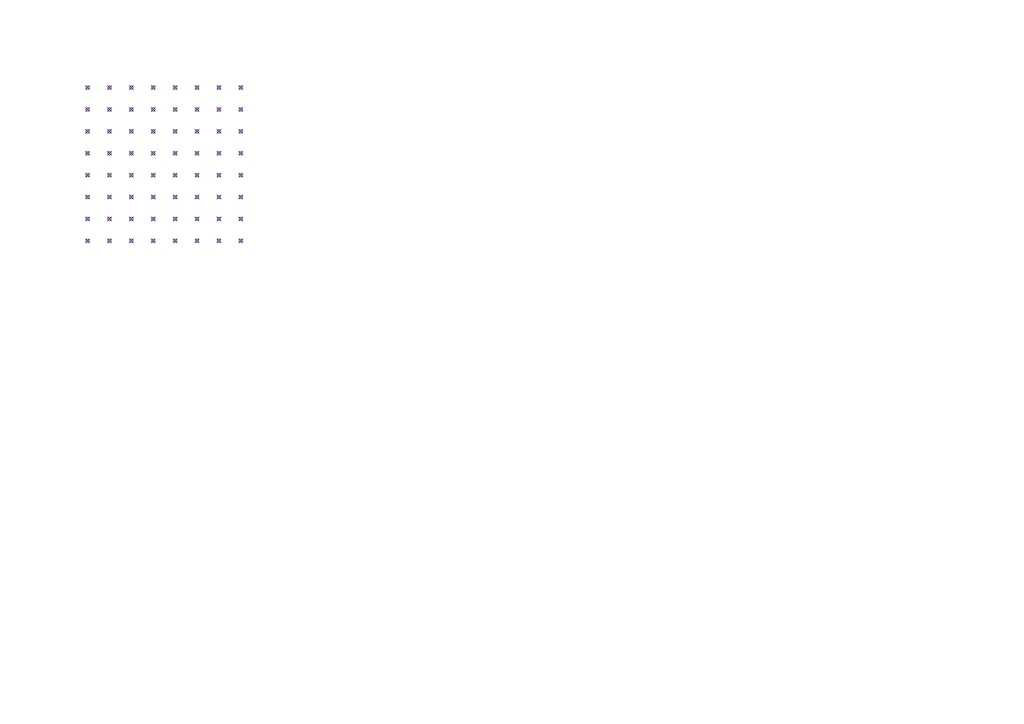
<source format=kicad_sch>
(kicad_sch (version 20231120) (generator "eeschema") (generator_version "8.0")
  (paper "A4")
  (lib_symbols
    (symbol "Connector:TestPoint_Small" (pin_numbers hide) (pin_names (offset 0.762) hide)
      (property "Reference" "TP" (at 0 3.81 0))
      (property "Value" "TestPoint_Small" (at 0 2.032 0))
      (symbol "TestPoint_Small_0_1"
        (circle (center 0 0) (radius 0.508))
      )
      (symbol "TestPoint_Small_1_1"
        (pin passive line (at 0 0 90) (length 0) (name "1") (number "1"))
      )
    )
  )
  (no_connect (at 50.8 25.4))
  (no_connect (at 38.1 69.85))
  (no_connect (at 38.1 25.4))
  (no_connect (at 38.1 50.8))
  (no_connect (at 25.4 31.75))
  (no_connect (at 44.45 63.5))
  (no_connect (at 31.75 69.85))
  (no_connect (at 44.45 50.8))
  (no_connect (at 31.75 44.45))
  (no_connect (at 69.85 69.85))
  (no_connect (at 50.8 57.15))
  (no_connect (at 63.5 44.45))
  (no_connect (at 31.75 25.4))
  (no_connect (at 44.45 69.85))
  (no_connect (at 57.15 25.4))
  (no_connect (at 57.15 31.75))
  (no_connect (at 38.1 57.15))
  (no_connect (at 63.5 57.15))
  (no_connect (at 50.8 63.5))
  (no_connect (at 38.1 63.5))
  (no_connect (at 57.15 50.8))
  (no_connect (at 69.85 38.1))
  (no_connect (at 44.45 38.1))
  (no_connect (at 25.4 25.4))
  (no_connect (at 25.4 44.45))
  (no_connect (at 57.15 38.1))
  (no_connect (at 31.75 63.5))
  (no_connect (at 57.15 57.15))
  (no_connect (at 38.1 44.45))
  (no_connect (at 25.4 69.85))
  (no_connect (at 25.4 50.8))
  (no_connect (at 50.8 69.85))
  (no_connect (at 44.45 57.15))
  (no_connect (at 69.85 25.4))
  (no_connect (at 38.1 31.75))
  (no_connect (at 57.15 63.5))
  (no_connect (at 50.8 38.1))
  (no_connect (at 44.45 31.75))
  (no_connect (at 63.5 25.4))
  (no_connect (at 63.5 38.1))
  (no_connect (at 25.4 63.5))
  (no_connect (at 44.45 44.45))
  (no_connect (at 50.8 31.75))
  (no_connect (at 44.45 25.4))
  (no_connect (at 69.85 31.75))
  (no_connect (at 69.85 50.8))
  (no_connect (at 69.85 57.15))
  (no_connect (at 63.5 69.85))
  (no_connect (at 25.4 57.15))
  (no_connect (at 57.15 44.45))
  (no_connect (at 31.75 31.75))
  (no_connect (at 69.85 63.5))
  (no_connect (at 31.75 57.15))
  (no_connect (at 25.4 38.1))
  (no_connect (at 31.75 50.8))
  (no_connect (at 57.15 69.85))
  (no_connect (at 63.5 63.5))
  (no_connect (at 63.5 31.75))
  (no_connect (at 31.75 38.1))
  (no_connect (at 50.8 44.45))
  (no_connect (at 63.5 50.8))
  (no_connect (at 69.85 44.45))
  (no_connect (at 50.8 50.8))
  (no_connect (at 38.1 38.1))
  (symbol (lib_id "Connector:TestPoint_Small") (at 25.4 69.85 0) (unit 1)
    (property "Reference" "TP208" (effects (hide yes)))
    (property "Value" "-" (effects (hide yes)))
    (property "Footprint" "TestPoint:TestPoint_THTPad_D1.5mm_Drill0.7mm" (effects (hide yes)))
    (property "Description" "test point" (effects (hide yes)))
    (instances (project "User Expansion" (path "" (reference "TP608") (unit 1)) (path "" (reference "TP708") (unit 1)) (path "" (reference "TP408") (unit 1)) (path "" (reference "TP1008") (unit 1)) (path "" (reference "TP1208") (unit 1)) (path "" (reference "TP908") (unit 1)) (path "" (reference "TP1408") (unit 1)) (path "" (reference "TP308") (unit 1)) (path "" (reference "TP808") (unit 1)) (path "" (reference "TP1308") (unit 1)) (path "" (reference "TP208") (unit 1)) (path "" (reference "TP508") (unit 1)) (path "" (reference "TP1108") (unit 1))))
  )
  (symbol (lib_id "Connector:TestPoint_Small") (at 38.1 25.4 0) (unit 1)
    (property "Reference" "TP217" (effects (hide yes)))
    (property "Value" "-" (effects (hide yes)))
    (property "Footprint" "TestPoint:TestPoint_THTPad_D1.5mm_Drill0.7mm" (effects (hide yes)))
    (property "Description" "test point" (effects (hide yes)))
    (instances (project "User Expansion" (path "" (reference "TP617") (unit 1)) (path "" (reference "TP717") (unit 1)) (path "" (reference "TP417") (unit 1)) (path "" (reference "TP1017") (unit 1)) (path "" (reference "TP1217") (unit 1)) (path "" (reference "TP917") (unit 1)) (path "" (reference "TP1417") (unit 1)) (path "" (reference "TP317") (unit 1)) (path "" (reference "TP817") (unit 1)) (path "" (reference "TP1317") (unit 1)) (path "" (reference "TP217") (unit 1)) (path "" (reference "TP517") (unit 1)) (path "" (reference "TP1117") (unit 1))))
  )
  (symbol (lib_id "Connector:TestPoint_Small") (at 63.5 25.4 0) (unit 1)
    (property "Reference" "TP249" (effects (hide yes)))
    (property "Value" "-" (effects (hide yes)))
    (property "Footprint" "TestPoint:TestPoint_THTPad_D1.5mm_Drill0.7mm" (effects (hide yes)))
    (property "Description" "test point" (effects (hide yes)))
    (instances (project "User Expansion" (path "" (reference "TP649") (unit 1)) (path "" (reference "TP749") (unit 1)) (path "" (reference "TP449") (unit 1)) (path "" (reference "TP1049") (unit 1)) (path "" (reference "TP1249") (unit 1)) (path "" (reference "TP949") (unit 1)) (path "" (reference "TP1449") (unit 1)) (path "" (reference "TP349") (unit 1)) (path "" (reference "TP849") (unit 1)) (path "" (reference "TP1349") (unit 1)) (path "" (reference "TP249") (unit 1)) (path "" (reference "TP549") (unit 1)) (path "" (reference "TP1149") (unit 1))))
  )
  (symbol (lib_id "Connector:TestPoint_Small") (at 38.1 38.1 0) (unit 1)
    (property "Reference" "TP219" (effects (hide yes)))
    (property "Value" "-" (effects (hide yes)))
    (property "Footprint" "TestPoint:TestPoint_THTPad_D1.5mm_Drill0.7mm" (effects (hide yes)))
    (property "Description" "test point" (effects (hide yes)))
    (instances (project "User Expansion" (path "" (reference "TP619") (unit 1)) (path "" (reference "TP719") (unit 1)) (path "" (reference "TP419") (unit 1)) (path "" (reference "TP1019") (unit 1)) (path "" (reference "TP1219") (unit 1)) (path "" (reference "TP919") (unit 1)) (path "" (reference "TP1419") (unit 1)) (path "" (reference "TP319") (unit 1)) (path "" (reference "TP819") (unit 1)) (path "" (reference "TP1319") (unit 1)) (path "" (reference "TP219") (unit 1)) (path "" (reference "TP519") (unit 1)) (path "" (reference "TP1119") (unit 1))))
  )
  (symbol (lib_id "Connector:TestPoint_Small") (at 57.15 38.1 0) (unit 1)
    (property "Reference" "TP243" (effects (hide yes)))
    (property "Value" "-" (effects (hide yes)))
    (property "Footprint" "TestPoint:TestPoint_THTPad_D1.5mm_Drill0.7mm" (effects (hide yes)))
    (property "Description" "test point" (effects (hide yes)))
    (instances (project "User Expansion" (path "" (reference "TP643") (unit 1)) (path "" (reference "TP743") (unit 1)) (path "" (reference "TP443") (unit 1)) (path "" (reference "TP1043") (unit 1)) (path "" (reference "TP1243") (unit 1)) (path "" (reference "TP943") (unit 1)) (path "" (reference "TP1443") (unit 1)) (path "" (reference "TP343") (unit 1)) (path "" (reference "TP843") (unit 1)) (path "" (reference "TP1343") (unit 1)) (path "" (reference "TP243") (unit 1)) (path "" (reference "TP543") (unit 1)) (path "" (reference "TP1143") (unit 1))))
  )
  (symbol (lib_id "Connector:TestPoint_Small") (at 57.15 50.8 0) (unit 1)
    (property "Reference" "TP245" (effects (hide yes)))
    (property "Value" "-" (effects (hide yes)))
    (property "Footprint" "TestPoint:TestPoint_THTPad_D1.5mm_Drill0.7mm" (effects (hide yes)))
    (property "Description" "test point" (effects (hide yes)))
    (instances (project "User Expansion" (path "" (reference "TP645") (unit 1)) (path "" (reference "TP745") (unit 1)) (path "" (reference "TP445") (unit 1)) (path "" (reference "TP1045") (unit 1)) (path "" (reference "TP1245") (unit 1)) (path "" (reference "TP945") (unit 1)) (path "" (reference "TP1445") (unit 1)) (path "" (reference "TP345") (unit 1)) (path "" (reference "TP845") (unit 1)) (path "" (reference "TP1345") (unit 1)) (path "" (reference "TP245") (unit 1)) (path "" (reference "TP545") (unit 1)) (path "" (reference "TP1145") (unit 1))))
  )
  (symbol (lib_id "Connector:TestPoint_Small") (at 31.75 69.85 0) (unit 1)
    (property "Reference" "TP216" (effects (hide yes)))
    (property "Value" "-" (effects (hide yes)))
    (property "Footprint" "TestPoint:TestPoint_THTPad_D1.5mm_Drill0.7mm" (effects (hide yes)))
    (property "Description" "test point" (effects (hide yes)))
    (instances (project "User Expansion" (path "" (reference "TP616") (unit 1)) (path "" (reference "TP716") (unit 1)) (path "" (reference "TP416") (unit 1)) (path "" (reference "TP1016") (unit 1)) (path "" (reference "TP1216") (unit 1)) (path "" (reference "TP916") (unit 1)) (path "" (reference "TP1416") (unit 1)) (path "" (reference "TP316") (unit 1)) (path "" (reference "TP816") (unit 1)) (path "" (reference "TP1316") (unit 1)) (path "" (reference "TP216") (unit 1)) (path "" (reference "TP516") (unit 1)) (path "" (reference "TP1116") (unit 1))))
  )
  (symbol (lib_id "Connector:TestPoint_Small") (at 57.15 44.45 0) (unit 1)
    (property "Reference" "TP244" (effects (hide yes)))
    (property "Value" "-" (effects (hide yes)))
    (property "Footprint" "TestPoint:TestPoint_THTPad_D1.5mm_Drill0.7mm" (effects (hide yes)))
    (property "Description" "test point" (effects (hide yes)))
    (instances (project "User Expansion" (path "" (reference "TP644") (unit 1)) (path "" (reference "TP744") (unit 1)) (path "" (reference "TP444") (unit 1)) (path "" (reference "TP1044") (unit 1)) (path "" (reference "TP1244") (unit 1)) (path "" (reference "TP944") (unit 1)) (path "" (reference "TP1444") (unit 1)) (path "" (reference "TP344") (unit 1)) (path "" (reference "TP844") (unit 1)) (path "" (reference "TP1344") (unit 1)) (path "" (reference "TP244") (unit 1)) (path "" (reference "TP544") (unit 1)) (path "" (reference "TP1144") (unit 1))))
  )
  (symbol (lib_id "Connector:TestPoint_Small") (at 57.15 69.85 0) (unit 1)
    (property "Reference" "TP248" (effects (hide yes)))
    (property "Value" "-" (effects (hide yes)))
    (property "Footprint" "TestPoint:TestPoint_THTPad_D1.5mm_Drill0.7mm" (effects (hide yes)))
    (property "Description" "test point" (effects (hide yes)))
    (instances (project "User Expansion" (path "" (reference "TP648") (unit 1)) (path "" (reference "TP748") (unit 1)) (path "" (reference "TP448") (unit 1)) (path "" (reference "TP1048") (unit 1)) (path "" (reference "TP1248") (unit 1)) (path "" (reference "TP948") (unit 1)) (path "" (reference "TP1448") (unit 1)) (path "" (reference "TP348") (unit 1)) (path "" (reference "TP848") (unit 1)) (path "" (reference "TP1348") (unit 1)) (path "" (reference "TP248") (unit 1)) (path "" (reference "TP548") (unit 1)) (path "" (reference "TP1148") (unit 1))))
  )
  (symbol (lib_id "Connector:TestPoint_Small") (at 44.45 57.15 0) (unit 1)
    (property "Reference" "TP230" (effects (hide yes)))
    (property "Value" "-" (effects (hide yes)))
    (property "Footprint" "TestPoint:TestPoint_THTPad_D1.5mm_Drill0.7mm" (effects (hide yes)))
    (property "Description" "test point" (effects (hide yes)))
    (instances (project "User Expansion" (path "" (reference "TP630") (unit 1)) (path "" (reference "TP730") (unit 1)) (path "" (reference "TP430") (unit 1)) (path "" (reference "TP1030") (unit 1)) (path "" (reference "TP1230") (unit 1)) (path "" (reference "TP930") (unit 1)) (path "" (reference "TP1430") (unit 1)) (path "" (reference "TP330") (unit 1)) (path "" (reference "TP830") (unit 1)) (path "" (reference "TP1330") (unit 1)) (path "" (reference "TP230") (unit 1)) (path "" (reference "TP530") (unit 1)) (path "" (reference "TP1130") (unit 1))))
  )
  (symbol (lib_id "Connector:TestPoint_Small") (at 38.1 31.75 0) (unit 1)
    (property "Reference" "TP218" (effects (hide yes)))
    (property "Value" "-" (effects (hide yes)))
    (property "Footprint" "TestPoint:TestPoint_THTPad_D1.5mm_Drill0.7mm" (effects (hide yes)))
    (property "Description" "test point" (effects (hide yes)))
    (instances (project "User Expansion" (path "" (reference "TP618") (unit 1)) (path "" (reference "TP718") (unit 1)) (path "" (reference "TP418") (unit 1)) (path "" (reference "TP1018") (unit 1)) (path "" (reference "TP1218") (unit 1)) (path "" (reference "TP918") (unit 1)) (path "" (reference "TP1418") (unit 1)) (path "" (reference "TP318") (unit 1)) (path "" (reference "TP818") (unit 1)) (path "" (reference "TP1318") (unit 1)) (path "" (reference "TP218") (unit 1)) (path "" (reference "TP518") (unit 1)) (path "" (reference "TP1118") (unit 1))))
  )
  (symbol (lib_id "Connector:TestPoint_Small") (at 63.5 50.8 0) (unit 1)
    (property "Reference" "TP253" (effects (hide yes)))
    (property "Value" "-" (effects (hide yes)))
    (property "Footprint" "TestPoint:TestPoint_THTPad_D1.5mm_Drill0.7mm" (effects (hide yes)))
    (property "Description" "test point" (effects (hide yes)))
    (instances (project "User Expansion" (path "" (reference "TP653") (unit 1)) (path "" (reference "TP753") (unit 1)) (path "" (reference "TP453") (unit 1)) (path "" (reference "TP1053") (unit 1)) (path "" (reference "TP1253") (unit 1)) (path "" (reference "TP953") (unit 1)) (path "" (reference "TP1453") (unit 1)) (path "" (reference "TP353") (unit 1)) (path "" (reference "TP853") (unit 1)) (path "" (reference "TP1353") (unit 1)) (path "" (reference "TP253") (unit 1)) (path "" (reference "TP553") (unit 1)) (path "" (reference "TP1153") (unit 1))))
  )
  (symbol (lib_id "Connector:TestPoint_Small") (at 69.85 57.15 0) (unit 1)
    (property "Reference" "TP262" (effects (hide yes)))
    (property "Value" "-" (effects (hide yes)))
    (property "Footprint" "TestPoint:TestPoint_THTPad_D1.5mm_Drill0.7mm" (effects (hide yes)))
    (property "Description" "test point" (effects (hide yes)))
    (instances (project "User Expansion" (path "" (reference "TP662") (unit 1)) (path "" (reference "TP762") (unit 1)) (path "" (reference "TP462") (unit 1)) (path "" (reference "TP1062") (unit 1)) (path "" (reference "TP1262") (unit 1)) (path "" (reference "TP962") (unit 1)) (path "" (reference "TP1462") (unit 1)) (path "" (reference "TP362") (unit 1)) (path "" (reference "TP862") (unit 1)) (path "" (reference "TP1362") (unit 1)) (path "" (reference "TP262") (unit 1)) (path "" (reference "TP562") (unit 1)) (path "" (reference "TP1162") (unit 1))))
  )
  (symbol (lib_id "Connector:TestPoint_Small") (at 25.4 63.5 0) (unit 1)
    (property "Reference" "TP207" (effects (hide yes)))
    (property "Value" "-" (effects (hide yes)))
    (property "Footprint" "TestPoint:TestPoint_THTPad_D1.5mm_Drill0.7mm" (effects (hide yes)))
    (property "Description" "test point" (effects (hide yes)))
    (instances (project "User Expansion" (path "" (reference "TP607") (unit 1)) (path "" (reference "TP707") (unit 1)) (path "" (reference "TP407") (unit 1)) (path "" (reference "TP1007") (unit 1)) (path "" (reference "TP1207") (unit 1)) (path "" (reference "TP907") (unit 1)) (path "" (reference "TP1407") (unit 1)) (path "" (reference "TP307") (unit 1)) (path "" (reference "TP807") (unit 1)) (path "" (reference "TP1307") (unit 1)) (path "" (reference "TP207") (unit 1)) (path "" (reference "TP507") (unit 1)) (path "" (reference "TP1107") (unit 1))))
  )
  (symbol (lib_id "Connector:TestPoint_Small") (at 31.75 57.15 0) (unit 1)
    (property "Reference" "TP214" (effects (hide yes)))
    (property "Value" "-" (effects (hide yes)))
    (property "Footprint" "TestPoint:TestPoint_THTPad_D1.5mm_Drill0.7mm" (effects (hide yes)))
    (property "Description" "test point" (effects (hide yes)))
    (instances (project "User Expansion" (path "" (reference "TP614") (unit 1)) (path "" (reference "TP714") (unit 1)) (path "" (reference "TP414") (unit 1)) (path "" (reference "TP1014") (unit 1)) (path "" (reference "TP1214") (unit 1)) (path "" (reference "TP914") (unit 1)) (path "" (reference "TP1414") (unit 1)) (path "" (reference "TP314") (unit 1)) (path "" (reference "TP814") (unit 1)) (path "" (reference "TP1314") (unit 1)) (path "" (reference "TP214") (unit 1)) (path "" (reference "TP514") (unit 1)) (path "" (reference "TP1114") (unit 1))))
  )
  (symbol (lib_id "Connector:TestPoint_Small") (at 31.75 31.75 0) (unit 1)
    (property "Reference" "TP210" (effects (hide yes)))
    (property "Value" "-" (effects (hide yes)))
    (property "Footprint" "TestPoint:TestPoint_THTPad_D1.5mm_Drill0.7mm" (effects (hide yes)))
    (property "Description" "test point" (effects (hide yes)))
    (instances (project "User Expansion" (path "" (reference "TP610") (unit 1)) (path "" (reference "TP710") (unit 1)) (path "" (reference "TP410") (unit 1)) (path "" (reference "TP1010") (unit 1)) (path "" (reference "TP1210") (unit 1)) (path "" (reference "TP910") (unit 1)) (path "" (reference "TP1410") (unit 1)) (path "" (reference "TP310") (unit 1)) (path "" (reference "TP810") (unit 1)) (path "" (reference "TP1310") (unit 1)) (path "" (reference "TP210") (unit 1)) (path "" (reference "TP510") (unit 1)) (path "" (reference "TP1110") (unit 1))))
  )
  (symbol (lib_id "Connector:TestPoint_Small") (at 25.4 31.75 0) (unit 1)
    (property "Reference" "TP202" (effects (hide yes)))
    (property "Value" "-" (effects (hide yes)))
    (property "Footprint" "TestPoint:TestPoint_THTPad_D1.5mm_Drill0.7mm" (effects (hide yes)))
    (property "Description" "test point" (effects (hide yes)))
    (instances (project "User Expansion" (path "" (reference "TP602") (unit 1)) (path "" (reference "TP702") (unit 1)) (path "" (reference "TP402") (unit 1)) (path "" (reference "TP1002") (unit 1)) (path "" (reference "TP1202") (unit 1)) (path "" (reference "TP902") (unit 1)) (path "" (reference "TP1402") (unit 1)) (path "" (reference "TP302") (unit 1)) (path "" (reference "TP802") (unit 1)) (path "" (reference "TP1302") (unit 1)) (path "" (reference "TP202") (unit 1)) (path "" (reference "TP502") (unit 1)) (path "" (reference "TP1102") (unit 1))))
  )
  (symbol (lib_id "Connector:TestPoint_Small") (at 44.45 50.8 0) (unit 1)
    (property "Reference" "TP229" (effects (hide yes)))
    (property "Value" "-" (effects (hide yes)))
    (property "Footprint" "TestPoint:TestPoint_THTPad_D1.5mm_Drill0.7mm" (effects (hide yes)))
    (property "Description" "test point" (effects (hide yes)))
    (instances (project "User Expansion" (path "" (reference "TP629") (unit 1)) (path "" (reference "TP729") (unit 1)) (path "" (reference "TP429") (unit 1)) (path "" (reference "TP1029") (unit 1)) (path "" (reference "TP1229") (unit 1)) (path "" (reference "TP929") (unit 1)) (path "" (reference "TP1429") (unit 1)) (path "" (reference "TP329") (unit 1)) (path "" (reference "TP829") (unit 1)) (path "" (reference "TP1329") (unit 1)) (path "" (reference "TP229") (unit 1)) (path "" (reference "TP529") (unit 1)) (path "" (reference "TP1129") (unit 1))))
  )
  (symbol (lib_id "Connector:TestPoint_Small") (at 63.5 38.1 0) (unit 1)
    (property "Reference" "TP251" (effects (hide yes)))
    (property "Value" "-" (effects (hide yes)))
    (property "Footprint" "TestPoint:TestPoint_THTPad_D1.5mm_Drill0.7mm" (effects (hide yes)))
    (property "Description" "test point" (effects (hide yes)))
    (instances (project "User Expansion" (path "" (reference "TP651") (unit 1)) (path "" (reference "TP751") (unit 1)) (path "" (reference "TP451") (unit 1)) (path "" (reference "TP1051") (unit 1)) (path "" (reference "TP1251") (unit 1)) (path "" (reference "TP951") (unit 1)) (path "" (reference "TP1451") (unit 1)) (path "" (reference "TP351") (unit 1)) (path "" (reference "TP851") (unit 1)) (path "" (reference "TP1351") (unit 1)) (path "" (reference "TP251") (unit 1)) (path "" (reference "TP551") (unit 1)) (path "" (reference "TP1151") (unit 1))))
  )
  (symbol (lib_id "Connector:TestPoint_Small") (at 38.1 44.45 0) (unit 1)
    (property "Reference" "TP220" (effects (hide yes)))
    (property "Value" "-" (effects (hide yes)))
    (property "Footprint" "TestPoint:TestPoint_THTPad_D1.5mm_Drill0.7mm" (effects (hide yes)))
    (property "Description" "test point" (effects (hide yes)))
    (instances (project "User Expansion" (path "" (reference "TP620") (unit 1)) (path "" (reference "TP720") (unit 1)) (path "" (reference "TP420") (unit 1)) (path "" (reference "TP1020") (unit 1)) (path "" (reference "TP1220") (unit 1)) (path "" (reference "TP920") (unit 1)) (path "" (reference "TP1420") (unit 1)) (path "" (reference "TP320") (unit 1)) (path "" (reference "TP820") (unit 1)) (path "" (reference "TP1320") (unit 1)) (path "" (reference "TP220") (unit 1)) (path "" (reference "TP520") (unit 1)) (path "" (reference "TP1120") (unit 1))))
  )
  (symbol (lib_id "Connector:TestPoint_Small") (at 63.5 31.75 0) (unit 1)
    (property "Reference" "TP250" (effects (hide yes)))
    (property "Value" "-" (effects (hide yes)))
    (property "Footprint" "TestPoint:TestPoint_THTPad_D1.5mm_Drill0.7mm" (effects (hide yes)))
    (property "Description" "test point" (effects (hide yes)))
    (instances (project "User Expansion" (path "" (reference "TP650") (unit 1)) (path "" (reference "TP750") (unit 1)) (path "" (reference "TP450") (unit 1)) (path "" (reference "TP1050") (unit 1)) (path "" (reference "TP1250") (unit 1)) (path "" (reference "TP950") (unit 1)) (path "" (reference "TP1450") (unit 1)) (path "" (reference "TP350") (unit 1)) (path "" (reference "TP850") (unit 1)) (path "" (reference "TP1350") (unit 1)) (path "" (reference "TP250") (unit 1)) (path "" (reference "TP550") (unit 1)) (path "" (reference "TP1150") (unit 1))))
  )
  (symbol (lib_id "Connector:TestPoint_Small") (at 38.1 69.85 0) (unit 1)
    (property "Reference" "TP224" (effects (hide yes)))
    (property "Value" "-" (effects (hide yes)))
    (property "Footprint" "TestPoint:TestPoint_THTPad_D1.5mm_Drill0.7mm" (effects (hide yes)))
    (property "Description" "test point" (effects (hide yes)))
    (instances (project "User Expansion" (path "" (reference "TP624") (unit 1)) (path "" (reference "TP724") (unit 1)) (path "" (reference "TP424") (unit 1)) (path "" (reference "TP1024") (unit 1)) (path "" (reference "TP1224") (unit 1)) (path "" (reference "TP924") (unit 1)) (path "" (reference "TP1424") (unit 1)) (path "" (reference "TP324") (unit 1)) (path "" (reference "TP824") (unit 1)) (path "" (reference "TP1324") (unit 1)) (path "" (reference "TP224") (unit 1)) (path "" (reference "TP524") (unit 1)) (path "" (reference "TP1124") (unit 1))))
  )
  (symbol (lib_id "Connector:TestPoint_Small") (at 69.85 25.4 0) (unit 1)
    (property "Reference" "TP257" (effects (hide yes)))
    (property "Value" "-" (effects (hide yes)))
    (property "Footprint" "TestPoint:TestPoint_THTPad_D1.5mm_Drill0.7mm" (effects (hide yes)))
    (property "Description" "test point" (effects (hide yes)))
    (instances (project "User Expansion" (path "" (reference "TP657") (unit 1)) (path "" (reference "TP757") (unit 1)) (path "" (reference "TP457") (unit 1)) (path "" (reference "TP1057") (unit 1)) (path "" (reference "TP1257") (unit 1)) (path "" (reference "TP957") (unit 1)) (path "" (reference "TP1457") (unit 1)) (path "" (reference "TP357") (unit 1)) (path "" (reference "TP857") (unit 1)) (path "" (reference "TP1357") (unit 1)) (path "" (reference "TP257") (unit 1)) (path "" (reference "TP557") (unit 1)) (path "" (reference "TP1157") (unit 1))))
  )
  (symbol (lib_id "Connector:TestPoint_Small") (at 44.45 38.1 0) (unit 1)
    (property "Reference" "TP227" (effects (hide yes)))
    (property "Value" "-" (effects (hide yes)))
    (property "Footprint" "TestPoint:TestPoint_THTPad_D1.5mm_Drill0.7mm" (effects (hide yes)))
    (property "Description" "test point" (effects (hide yes)))
    (instances (project "User Expansion" (path "" (reference "TP627") (unit 1)) (path "" (reference "TP727") (unit 1)) (path "" (reference "TP427") (unit 1)) (path "" (reference "TP1027") (unit 1)) (path "" (reference "TP1227") (unit 1)) (path "" (reference "TP927") (unit 1)) (path "" (reference "TP1427") (unit 1)) (path "" (reference "TP327") (unit 1)) (path "" (reference "TP827") (unit 1)) (path "" (reference "TP1327") (unit 1)) (path "" (reference "TP227") (unit 1)) (path "" (reference "TP527") (unit 1)) (path "" (reference "TP1127") (unit 1))))
  )
  (symbol (lib_id "Connector:TestPoint_Small") (at 31.75 25.4 0) (unit 1)
    (property "Reference" "TP209" (effects (hide yes)))
    (property "Value" "-" (effects (hide yes)))
    (property "Footprint" "TestPoint:TestPoint_THTPad_D1.5mm_Drill0.7mm" (effects (hide yes)))
    (property "Description" "test point" (effects (hide yes)))
    (instances (project "User Expansion" (path "" (reference "TP609") (unit 1)) (path "" (reference "TP709") (unit 1)) (path "" (reference "TP409") (unit 1)) (path "" (reference "TP1009") (unit 1)) (path "" (reference "TP1209") (unit 1)) (path "" (reference "TP909") (unit 1)) (path "" (reference "TP1409") (unit 1)) (path "" (reference "TP309") (unit 1)) (path "" (reference "TP809") (unit 1)) (path "" (reference "TP1309") (unit 1)) (path "" (reference "TP209") (unit 1)) (path "" (reference "TP509") (unit 1)) (path "" (reference "TP1109") (unit 1))))
  )
  (symbol (lib_id "Connector:TestPoint_Small") (at 63.5 44.45 0) (unit 1)
    (property "Reference" "TP252" (effects (hide yes)))
    (property "Value" "-" (effects (hide yes)))
    (property "Footprint" "TestPoint:TestPoint_THTPad_D1.5mm_Drill0.7mm" (effects (hide yes)))
    (property "Description" "test point" (effects (hide yes)))
    (instances (project "User Expansion" (path "" (reference "TP652") (unit 1)) (path "" (reference "TP752") (unit 1)) (path "" (reference "TP452") (unit 1)) (path "" (reference "TP1052") (unit 1)) (path "" (reference "TP1252") (unit 1)) (path "" (reference "TP952") (unit 1)) (path "" (reference "TP1452") (unit 1)) (path "" (reference "TP352") (unit 1)) (path "" (reference "TP852") (unit 1)) (path "" (reference "TP1352") (unit 1)) (path "" (reference "TP252") (unit 1)) (path "" (reference "TP552") (unit 1)) (path "" (reference "TP1152") (unit 1))))
  )
  (symbol (lib_id "Connector:TestPoint_Small") (at 25.4 50.8 0) (unit 1)
    (property "Reference" "TP205" (effects (hide yes)))
    (property "Value" "-" (effects (hide yes)))
    (property "Footprint" "TestPoint:TestPoint_THTPad_D1.5mm_Drill0.7mm" (effects (hide yes)))
    (property "Description" "test point" (effects (hide yes)))
    (instances (project "User Expansion" (path "" (reference "TP605") (unit 1)) (path "" (reference "TP705") (unit 1)) (path "" (reference "TP405") (unit 1)) (path "" (reference "TP1005") (unit 1)) (path "" (reference "TP1205") (unit 1)) (path "" (reference "TP905") (unit 1)) (path "" (reference "TP1405") (unit 1)) (path "" (reference "TP305") (unit 1)) (path "" (reference "TP805") (unit 1)) (path "" (reference "TP1305") (unit 1)) (path "" (reference "TP205") (unit 1)) (path "" (reference "TP505") (unit 1)) (path "" (reference "TP1105") (unit 1))))
  )
  (symbol (lib_id "Connector:TestPoint_Small") (at 31.75 38.1 0) (unit 1)
    (property "Reference" "TP211" (effects (hide yes)))
    (property "Value" "-" (effects (hide yes)))
    (property "Footprint" "TestPoint:TestPoint_THTPad_D1.5mm_Drill0.7mm" (effects (hide yes)))
    (property "Description" "test point" (effects (hide yes)))
    (instances (project "User Expansion" (path "" (reference "TP611") (unit 1)) (path "" (reference "TP711") (unit 1)) (path "" (reference "TP411") (unit 1)) (path "" (reference "TP1011") (unit 1)) (path "" (reference "TP1211") (unit 1)) (path "" (reference "TP911") (unit 1)) (path "" (reference "TP1411") (unit 1)) (path "" (reference "TP311") (unit 1)) (path "" (reference "TP811") (unit 1)) (path "" (reference "TP1311") (unit 1)) (path "" (reference "TP211") (unit 1)) (path "" (reference "TP511") (unit 1)) (path "" (reference "TP1111") (unit 1))))
  )
  (symbol (lib_id "Connector:TestPoint_Small") (at 69.85 44.45 0) (unit 1)
    (property "Reference" "TP260" (effects (hide yes)))
    (property "Value" "-" (effects (hide yes)))
    (property "Footprint" "TestPoint:TestPoint_THTPad_D1.5mm_Drill0.7mm" (effects (hide yes)))
    (property "Description" "test point" (effects (hide yes)))
    (instances (project "User Expansion" (path "" (reference "TP660") (unit 1)) (path "" (reference "TP760") (unit 1)) (path "" (reference "TP460") (unit 1)) (path "" (reference "TP1060") (unit 1)) (path "" (reference "TP1260") (unit 1)) (path "" (reference "TP960") (unit 1)) (path "" (reference "TP1460") (unit 1)) (path "" (reference "TP360") (unit 1)) (path "" (reference "TP860") (unit 1)) (path "" (reference "TP1360") (unit 1)) (path "" (reference "TP260") (unit 1)) (path "" (reference "TP560") (unit 1)) (path "" (reference "TP1160") (unit 1))))
  )
  (symbol (lib_id "Connector:TestPoint_Small") (at 50.8 38.1 0) (unit 1)
    (property "Reference" "TP235" (effects (hide yes)))
    (property "Value" "-" (effects (hide yes)))
    (property "Footprint" "TestPoint:TestPoint_THTPad_D1.5mm_Drill0.7mm" (effects (hide yes)))
    (property "Description" "test point" (effects (hide yes)))
    (instances (project "User Expansion" (path "" (reference "TP635") (unit 1)) (path "" (reference "TP735") (unit 1)) (path "" (reference "TP435") (unit 1)) (path "" (reference "TP1035") (unit 1)) (path "" (reference "TP1235") (unit 1)) (path "" (reference "TP935") (unit 1)) (path "" (reference "TP1435") (unit 1)) (path "" (reference "TP335") (unit 1)) (path "" (reference "TP835") (unit 1)) (path "" (reference "TP1335") (unit 1)) (path "" (reference "TP235") (unit 1)) (path "" (reference "TP535") (unit 1)) (path "" (reference "TP1135") (unit 1))))
  )
  (symbol (lib_id "Connector:TestPoint_Small") (at 50.8 44.45 0) (unit 1)
    (property "Reference" "TP236" (effects (hide yes)))
    (property "Value" "-" (effects (hide yes)))
    (property "Footprint" "TestPoint:TestPoint_THTPad_D1.5mm_Drill0.7mm" (effects (hide yes)))
    (property "Description" "test point" (effects (hide yes)))
    (instances (project "User Expansion" (path "" (reference "TP636") (unit 1)) (path "" (reference "TP736") (unit 1)) (path "" (reference "TP436") (unit 1)) (path "" (reference "TP1036") (unit 1)) (path "" (reference "TP1236") (unit 1)) (path "" (reference "TP936") (unit 1)) (path "" (reference "TP1436") (unit 1)) (path "" (reference "TP336") (unit 1)) (path "" (reference "TP836") (unit 1)) (path "" (reference "TP1336") (unit 1)) (path "" (reference "TP236") (unit 1)) (path "" (reference "TP536") (unit 1)) (path "" (reference "TP1136") (unit 1))))
  )
  (symbol (lib_id "Connector:TestPoint_Small") (at 31.75 63.5 0) (unit 1)
    (property "Reference" "TP215" (effects (hide yes)))
    (property "Value" "-" (effects (hide yes)))
    (property "Footprint" "TestPoint:TestPoint_THTPad_D1.5mm_Drill0.7mm" (effects (hide yes)))
    (property "Description" "test point" (effects (hide yes)))
    (instances (project "User Expansion" (path "" (reference "TP615") (unit 1)) (path "" (reference "TP715") (unit 1)) (path "" (reference "TP415") (unit 1)) (path "" (reference "TP1015") (unit 1)) (path "" (reference "TP1215") (unit 1)) (path "" (reference "TP915") (unit 1)) (path "" (reference "TP1415") (unit 1)) (path "" (reference "TP315") (unit 1)) (path "" (reference "TP815") (unit 1)) (path "" (reference "TP1315") (unit 1)) (path "" (reference "TP215") (unit 1)) (path "" (reference "TP515") (unit 1)) (path "" (reference "TP1115") (unit 1))))
  )
  (symbol (lib_id "Connector:TestPoint_Small") (at 57.15 31.75 0) (unit 1)
    (property "Reference" "TP242" (effects (hide yes)))
    (property "Value" "-" (effects (hide yes)))
    (property "Footprint" "TestPoint:TestPoint_THTPad_D1.5mm_Drill0.7mm" (effects (hide yes)))
    (property "Description" "test point" (effects (hide yes)))
    (instances (project "User Expansion" (path "" (reference "TP642") (unit 1)) (path "" (reference "TP742") (unit 1)) (path "" (reference "TP442") (unit 1)) (path "" (reference "TP1042") (unit 1)) (path "" (reference "TP1242") (unit 1)) (path "" (reference "TP942") (unit 1)) (path "" (reference "TP1442") (unit 1)) (path "" (reference "TP342") (unit 1)) (path "" (reference "TP842") (unit 1)) (path "" (reference "TP1342") (unit 1)) (path "" (reference "TP242") (unit 1)) (path "" (reference "TP542") (unit 1)) (path "" (reference "TP1142") (unit 1))))
  )
  (symbol (lib_id "Connector:TestPoint_Small") (at 63.5 63.5 0) (unit 1)
    (property "Reference" "TP255" (effects (hide yes)))
    (property "Value" "-" (effects (hide yes)))
    (property "Footprint" "TestPoint:TestPoint_THTPad_D1.5mm_Drill0.7mm" (effects (hide yes)))
    (property "Description" "test point" (effects (hide yes)))
    (instances (project "User Expansion" (path "" (reference "TP655") (unit 1)) (path "" (reference "TP755") (unit 1)) (path "" (reference "TP455") (unit 1)) (path "" (reference "TP1055") (unit 1)) (path "" (reference "TP1255") (unit 1)) (path "" (reference "TP955") (unit 1)) (path "" (reference "TP1455") (unit 1)) (path "" (reference "TP355") (unit 1)) (path "" (reference "TP855") (unit 1)) (path "" (reference "TP1355") (unit 1)) (path "" (reference "TP255") (unit 1)) (path "" (reference "TP555") (unit 1)) (path "" (reference "TP1155") (unit 1))))
  )
  (symbol (lib_id "Connector:TestPoint_Small") (at 63.5 69.85 0) (unit 1)
    (property "Reference" "TP256" (effects (hide yes)))
    (property "Value" "-" (effects (hide yes)))
    (property "Footprint" "TestPoint:TestPoint_THTPad_D1.5mm_Drill0.7mm" (effects (hide yes)))
    (property "Description" "test point" (effects (hide yes)))
    (instances (project "User Expansion" (path "" (reference "TP656") (unit 1)) (path "" (reference "TP756") (unit 1)) (path "" (reference "TP456") (unit 1)) (path "" (reference "TP1056") (unit 1)) (path "" (reference "TP1256") (unit 1)) (path "" (reference "TP956") (unit 1)) (path "" (reference "TP1456") (unit 1)) (path "" (reference "TP356") (unit 1)) (path "" (reference "TP856") (unit 1)) (path "" (reference "TP1356") (unit 1)) (path "" (reference "TP256") (unit 1)) (path "" (reference "TP556") (unit 1)) (path "" (reference "TP1156") (unit 1))))
  )
  (symbol (lib_id "Connector:TestPoint_Small") (at 69.85 31.75 0) (unit 1)
    (property "Reference" "TP258" (effects (hide yes)))
    (property "Value" "-" (effects (hide yes)))
    (property "Footprint" "TestPoint:TestPoint_THTPad_D1.5mm_Drill0.7mm" (effects (hide yes)))
    (property "Description" "test point" (effects (hide yes)))
    (instances (project "User Expansion" (path "" (reference "TP658") (unit 1)) (path "" (reference "TP758") (unit 1)) (path "" (reference "TP458") (unit 1)) (path "" (reference "TP1058") (unit 1)) (path "" (reference "TP1258") (unit 1)) (path "" (reference "TP958") (unit 1)) (path "" (reference "TP1458") (unit 1)) (path "" (reference "TP358") (unit 1)) (path "" (reference "TP858") (unit 1)) (path "" (reference "TP1358") (unit 1)) (path "" (reference "TP258") (unit 1)) (path "" (reference "TP558") (unit 1)) (path "" (reference "TP1158") (unit 1))))
  )
  (symbol (lib_id "Connector:TestPoint_Small") (at 44.45 44.45 0) (unit 1)
    (property "Reference" "TP228" (effects (hide yes)))
    (property "Value" "-" (effects (hide yes)))
    (property "Footprint" "TestPoint:TestPoint_THTPad_D1.5mm_Drill0.7mm" (effects (hide yes)))
    (property "Description" "test point" (effects (hide yes)))
    (instances (project "User Expansion" (path "" (reference "TP628") (unit 1)) (path "" (reference "TP728") (unit 1)) (path "" (reference "TP428") (unit 1)) (path "" (reference "TP1028") (unit 1)) (path "" (reference "TP1228") (unit 1)) (path "" (reference "TP928") (unit 1)) (path "" (reference "TP1428") (unit 1)) (path "" (reference "TP328") (unit 1)) (path "" (reference "TP828") (unit 1)) (path "" (reference "TP1328") (unit 1)) (path "" (reference "TP228") (unit 1)) (path "" (reference "TP528") (unit 1)) (path "" (reference "TP1128") (unit 1))))
  )
  (symbol (lib_id "Connector:TestPoint_Small") (at 50.8 50.8 0) (unit 1)
    (property "Reference" "TP237" (effects (hide yes)))
    (property "Value" "-" (effects (hide yes)))
    (property "Footprint" "TestPoint:TestPoint_THTPad_D1.5mm_Drill0.7mm" (effects (hide yes)))
    (property "Description" "test point" (effects (hide yes)))
    (instances (project "User Expansion" (path "" (reference "TP637") (unit 1)) (path "" (reference "TP737") (unit 1)) (path "" (reference "TP437") (unit 1)) (path "" (reference "TP1037") (unit 1)) (path "" (reference "TP1237") (unit 1)) (path "" (reference "TP937") (unit 1)) (path "" (reference "TP1437") (unit 1)) (path "" (reference "TP337") (unit 1)) (path "" (reference "TP837") (unit 1)) (path "" (reference "TP1337") (unit 1)) (path "" (reference "TP237") (unit 1)) (path "" (reference "TP537") (unit 1)) (path "" (reference "TP1137") (unit 1))))
  )
  (symbol (lib_id "Connector:TestPoint_Small") (at 44.45 69.85 0) (unit 1)
    (property "Reference" "TP232" (effects (hide yes)))
    (property "Value" "-" (effects (hide yes)))
    (property "Footprint" "TestPoint:TestPoint_THTPad_D1.5mm_Drill0.7mm" (effects (hide yes)))
    (property "Description" "test point" (effects (hide yes)))
    (instances (project "User Expansion" (path "" (reference "TP632") (unit 1)) (path "" (reference "TP732") (unit 1)) (path "" (reference "TP432") (unit 1)) (path "" (reference "TP1032") (unit 1)) (path "" (reference "TP1232") (unit 1)) (path "" (reference "TP932") (unit 1)) (path "" (reference "TP1432") (unit 1)) (path "" (reference "TP332") (unit 1)) (path "" (reference "TP832") (unit 1)) (path "" (reference "TP1332") (unit 1)) (path "" (reference "TP232") (unit 1)) (path "" (reference "TP532") (unit 1)) (path "" (reference "TP1132") (unit 1))))
  )
  (symbol (lib_id "Connector:TestPoint_Small") (at 25.4 25.4 0) (unit 1)
    (property "Reference" "TP301" (effects (hide yes)))
    (property "Value" "-" (effects (hide yes)))
    (property "Footprint" "TestPoint:TestPoint_THTPad_D1.5mm_Drill0.7mm" (effects (hide yes)))
    (property "Description" "test point" (effects (hide yes)))
    (instances (project "User Expansion" (path "" (reference "TP601") (unit 1)) (path "" (reference "TP701") (unit 1)) (path "" (reference "TP401") (unit 1)) (path "" (reference "TP1001") (unit 1)) (path "" (reference "TP1201") (unit 1)) (path "" (reference "TP901") (unit 1)) (path "" (reference "TP1401") (unit 1)) (path "" (reference "TP301") (unit 1)) (path "" (reference "TP801") (unit 1)) (path "" (reference "TP1301") (unit 1)) (path "" (reference "TP201") (unit 1)) (path "" (reference "TP501") (unit 1)) (path "" (reference "TP1101") (unit 1))))
  )
  (symbol (lib_id "Connector:TestPoint_Small") (at 69.85 63.5 0) (unit 1)
    (property "Reference" "TP263" (effects (hide yes)))
    (property "Value" "-" (effects (hide yes)))
    (property "Footprint" "TestPoint:TestPoint_THTPad_D1.5mm_Drill0.7mm" (effects (hide yes)))
    (property "Description" "test point" (effects (hide yes)))
    (instances (project "User Expansion" (path "" (reference "TP663") (unit 1)) (path "" (reference "TP763") (unit 1)) (path "" (reference "TP463") (unit 1)) (path "" (reference "TP1063") (unit 1)) (path "" (reference "TP1263") (unit 1)) (path "" (reference "TP963") (unit 1)) (path "" (reference "TP1463") (unit 1)) (path "" (reference "TP363") (unit 1)) (path "" (reference "TP863") (unit 1)) (path "" (reference "TP1363") (unit 1)) (path "" (reference "TP263") (unit 1)) (path "" (reference "TP563") (unit 1)) (path "" (reference "TP1163") (unit 1))))
  )
  (symbol (lib_id "Connector:TestPoint_Small") (at 50.8 63.5 0) (unit 1)
    (property "Reference" "TP239" (effects (hide yes)))
    (property "Value" "-" (effects (hide yes)))
    (property "Footprint" "TestPoint:TestPoint_THTPad_D1.5mm_Drill0.7mm" (effects (hide yes)))
    (property "Description" "test point" (effects (hide yes)))
    (instances (project "User Expansion" (path "" (reference "TP639") (unit 1)) (path "" (reference "TP739") (unit 1)) (path "" (reference "TP439") (unit 1)) (path "" (reference "TP1039") (unit 1)) (path "" (reference "TP1239") (unit 1)) (path "" (reference "TP939") (unit 1)) (path "" (reference "TP1439") (unit 1)) (path "" (reference "TP339") (unit 1)) (path "" (reference "TP839") (unit 1)) (path "" (reference "TP1339") (unit 1)) (path "" (reference "TP239") (unit 1)) (path "" (reference "TP539") (unit 1)) (path "" (reference "TP1139") (unit 1))))
  )
  (symbol (lib_id "Connector:TestPoint_Small") (at 50.8 31.75 0) (unit 1)
    (property "Reference" "TP234" (effects (hide yes)))
    (property "Value" "-" (effects (hide yes)))
    (property "Footprint" "TestPoint:TestPoint_THTPad_D1.5mm_Drill0.7mm" (effects (hide yes)))
    (property "Description" "test point" (effects (hide yes)))
    (instances (project "User Expansion" (path "" (reference "TP634") (unit 1)) (path "" (reference "TP734") (unit 1)) (path "" (reference "TP434") (unit 1)) (path "" (reference "TP1034") (unit 1)) (path "" (reference "TP1234") (unit 1)) (path "" (reference "TP934") (unit 1)) (path "" (reference "TP1434") (unit 1)) (path "" (reference "TP334") (unit 1)) (path "" (reference "TP834") (unit 1)) (path "" (reference "TP1334") (unit 1)) (path "" (reference "TP234") (unit 1)) (path "" (reference "TP534") (unit 1)) (path "" (reference "TP1134") (unit 1))))
  )
  (symbol (lib_id "Connector:TestPoint_Small") (at 25.4 57.15 0) (unit 1)
    (property "Reference" "TP206" (effects (hide yes)))
    (property "Value" "-" (effects (hide yes)))
    (property "Footprint" "TestPoint:TestPoint_THTPad_D1.5mm_Drill0.7mm" (effects (hide yes)))
    (property "Description" "test point" (effects (hide yes)))
    (instances (project "User Expansion" (path "" (reference "TP606") (unit 1)) (path "" (reference "TP706") (unit 1)) (path "" (reference "TP406") (unit 1)) (path "" (reference "TP1006") (unit 1)) (path "" (reference "TP1206") (unit 1)) (path "" (reference "TP906") (unit 1)) (path "" (reference "TP1406") (unit 1)) (path "" (reference "TP306") (unit 1)) (path "" (reference "TP806") (unit 1)) (path "" (reference "TP1306") (unit 1)) (path "" (reference "TP206") (unit 1)) (path "" (reference "TP506") (unit 1)) (path "" (reference "TP1106") (unit 1))))
  )
  (symbol (lib_id "Connector:TestPoint_Small") (at 63.5 57.15 0) (unit 1)
    (property "Reference" "TP254" (effects (hide yes)))
    (property "Value" "-" (effects (hide yes)))
    (property "Footprint" "TestPoint:TestPoint_THTPad_D1.5mm_Drill0.7mm" (effects (hide yes)))
    (property "Description" "test point" (effects (hide yes)))
    (instances (project "User Expansion" (path "" (reference "TP654") (unit 1)) (path "" (reference "TP754") (unit 1)) (path "" (reference "TP454") (unit 1)) (path "" (reference "TP1054") (unit 1)) (path "" (reference "TP1254") (unit 1)) (path "" (reference "TP954") (unit 1)) (path "" (reference "TP1454") (unit 1)) (path "" (reference "TP354") (unit 1)) (path "" (reference "TP854") (unit 1)) (path "" (reference "TP1354") (unit 1)) (path "" (reference "TP254") (unit 1)) (path "" (reference "TP554") (unit 1)) (path "" (reference "TP1154") (unit 1))))
  )
  (symbol (lib_id "Connector:TestPoint_Small") (at 38.1 63.5 0) (unit 1)
    (property "Reference" "TP223" (effects (hide yes)))
    (property "Value" "-" (effects (hide yes)))
    (property "Footprint" "TestPoint:TestPoint_THTPad_D1.5mm_Drill0.7mm" (effects (hide yes)))
    (property "Description" "test point" (effects (hide yes)))
    (instances (project "User Expansion" (path "" (reference "TP623") (unit 1)) (path "" (reference "TP723") (unit 1)) (path "" (reference "TP423") (unit 1)) (path "" (reference "TP1023") (unit 1)) (path "" (reference "TP1223") (unit 1)) (path "" (reference "TP923") (unit 1)) (path "" (reference "TP1423") (unit 1)) (path "" (reference "TP323") (unit 1)) (path "" (reference "TP823") (unit 1)) (path "" (reference "TP1323") (unit 1)) (path "" (reference "TP223") (unit 1)) (path "" (reference "TP523") (unit 1)) (path "" (reference "TP1123") (unit 1))))
  )
  (symbol (lib_id "Connector:TestPoint_Small") (at 25.4 38.1 0) (unit 1)
    (property "Reference" "TP203" (effects (hide yes)))
    (property "Value" "-" (effects (hide yes)))
    (property "Footprint" "TestPoint:TestPoint_THTPad_D1.5mm_Drill0.7mm" (effects (hide yes)))
    (property "Description" "test point" (effects (hide yes)))
    (instances (project "User Expansion" (path "" (reference "TP603") (unit 1)) (path "" (reference "TP703") (unit 1)) (path "" (reference "TP403") (unit 1)) (path "" (reference "TP1003") (unit 1)) (path "" (reference "TP1203") (unit 1)) (path "" (reference "TP903") (unit 1)) (path "" (reference "TP1403") (unit 1)) (path "" (reference "TP303") (unit 1)) (path "" (reference "TP803") (unit 1)) (path "" (reference "TP1303") (unit 1)) (path "" (reference "TP203") (unit 1)) (path "" (reference "TP503") (unit 1)) (path "" (reference "TP1103") (unit 1))))
  )
  (symbol (lib_id "Connector:TestPoint_Small") (at 69.85 38.1 0) (unit 1)
    (property "Reference" "TP259" (effects (hide yes)))
    (property "Value" "-" (effects (hide yes)))
    (property "Footprint" "TestPoint:TestPoint_THTPad_D1.5mm_Drill0.7mm" (effects (hide yes)))
    (property "Description" "test point" (effects (hide yes)))
    (instances (project "User Expansion" (path "" (reference "TP659") (unit 1)) (path "" (reference "TP759") (unit 1)) (path "" (reference "TP459") (unit 1)) (path "" (reference "TP1059") (unit 1)) (path "" (reference "TP1259") (unit 1)) (path "" (reference "TP959") (unit 1)) (path "" (reference "TP1459") (unit 1)) (path "" (reference "TP359") (unit 1)) (path "" (reference "TP859") (unit 1)) (path "" (reference "TP1359") (unit 1)) (path "" (reference "TP259") (unit 1)) (path "" (reference "TP559") (unit 1)) (path "" (reference "TP1159") (unit 1))))
  )
  (symbol (lib_id "Connector:TestPoint_Small") (at 57.15 25.4 0) (unit 1)
    (property "Reference" "TP241" (effects (hide yes)))
    (property "Value" "-" (effects (hide yes)))
    (property "Footprint" "TestPoint:TestPoint_THTPad_D1.5mm_Drill0.7mm" (effects (hide yes)))
    (property "Description" "test point" (effects (hide yes)))
    (instances (project "User Expansion" (path "" (reference "TP641") (unit 1)) (path "" (reference "TP741") (unit 1)) (path "" (reference "TP441") (unit 1)) (path "" (reference "TP1041") (unit 1)) (path "" (reference "TP1241") (unit 1)) (path "" (reference "TP941") (unit 1)) (path "" (reference "TP1441") (unit 1)) (path "" (reference "TP341") (unit 1)) (path "" (reference "TP841") (unit 1)) (path "" (reference "TP1341") (unit 1)) (path "" (reference "TP241") (unit 1)) (path "" (reference "TP541") (unit 1)) (path "" (reference "TP1141") (unit 1))))
  )
  (symbol (lib_id "Connector:TestPoint_Small") (at 38.1 50.8 0) (unit 1)
    (property "Reference" "TP221" (effects (hide yes)))
    (property "Value" "-" (effects (hide yes)))
    (property "Footprint" "TestPoint:TestPoint_THTPad_D1.5mm_Drill0.7mm" (effects (hide yes)))
    (property "Description" "test point" (effects (hide yes)))
    (instances (project "User Expansion" (path "" (reference "TP621") (unit 1)) (path "" (reference "TP721") (unit 1)) (path "" (reference "TP421") (unit 1)) (path "" (reference "TP1021") (unit 1)) (path "" (reference "TP1221") (unit 1)) (path "" (reference "TP921") (unit 1)) (path "" (reference "TP1421") (unit 1)) (path "" (reference "TP321") (unit 1)) (path "" (reference "TP821") (unit 1)) (path "" (reference "TP1321") (unit 1)) (path "" (reference "TP221") (unit 1)) (path "" (reference "TP521") (unit 1)) (path "" (reference "TP1121") (unit 1))))
  )
  (symbol (lib_id "Connector:TestPoint_Small") (at 69.85 69.85 0) (unit 1)
    (property "Reference" "TP264" (effects (hide yes)))
    (property "Value" "-" (effects (hide yes)))
    (property "Footprint" "TestPoint:TestPoint_THTPad_D1.5mm_Drill0.7mm" (effects (hide yes)))
    (property "Description" "test point" (effects (hide yes)))
    (instances (project "User Expansion" (path "" (reference "TP664") (unit 1)) (path "" (reference "TP764") (unit 1)) (path "" (reference "TP464") (unit 1)) (path "" (reference "TP1064") (unit 1)) (path "" (reference "TP1264") (unit 1)) (path "" (reference "TP964") (unit 1)) (path "" (reference "TP1464") (unit 1)) (path "" (reference "TP364") (unit 1)) (path "" (reference "TP864") (unit 1)) (path "" (reference "TP1364") (unit 1)) (path "" (reference "TP264") (unit 1)) (path "" (reference "TP564") (unit 1)) (path "" (reference "TP1164") (unit 1))))
  )
  (symbol (lib_id "Connector:TestPoint_Small") (at 44.45 25.4 0) (unit 1)
    (property "Reference" "TP225" (effects (hide yes)))
    (property "Value" "-" (effects (hide yes)))
    (property "Footprint" "TestPoint:TestPoint_THTPad_D1.5mm_Drill0.7mm" (effects (hide yes)))
    (property "Description" "test point" (effects (hide yes)))
    (instances (project "User Expansion" (path "" (reference "TP625") (unit 1)) (path "" (reference "TP725") (unit 1)) (path "" (reference "TP425") (unit 1)) (path "" (reference "TP1025") (unit 1)) (path "" (reference "TP1225") (unit 1)) (path "" (reference "TP925") (unit 1)) (path "" (reference "TP1425") (unit 1)) (path "" (reference "TP325") (unit 1)) (path "" (reference "TP825") (unit 1)) (path "" (reference "TP1325") (unit 1)) (path "" (reference "TP225") (unit 1)) (path "" (reference "TP525") (unit 1)) (path "" (reference "TP1125") (unit 1))))
  )
  (symbol (lib_id "Connector:TestPoint_Small") (at 31.75 50.8 0) (unit 1)
    (property "Reference" "TP213" (effects (hide yes)))
    (property "Value" "-" (effects (hide yes)))
    (property "Footprint" "TestPoint:TestPoint_THTPad_D1.5mm_Drill0.7mm" (effects (hide yes)))
    (property "Description" "test point" (effects (hide yes)))
    (instances (project "User Expansion" (path "" (reference "TP613") (unit 1)) (path "" (reference "TP713") (unit 1)) (path "" (reference "TP413") (unit 1)) (path "" (reference "TP1013") (unit 1)) (path "" (reference "TP1213") (unit 1)) (path "" (reference "TP913") (unit 1)) (path "" (reference "TP1413") (unit 1)) (path "" (reference "TP313") (unit 1)) (path "" (reference "TP813") (unit 1)) (path "" (reference "TP1313") (unit 1)) (path "" (reference "TP213") (unit 1)) (path "" (reference "TP513") (unit 1)) (path "" (reference "TP1113") (unit 1))))
  )
  (symbol (lib_id "Connector:TestPoint_Small") (at 57.15 57.15 0) (unit 1)
    (property "Reference" "TP246" (effects (hide yes)))
    (property "Value" "-" (effects (hide yes)))
    (property "Footprint" "TestPoint:TestPoint_THTPad_D1.5mm_Drill0.7mm" (effects (hide yes)))
    (property "Description" "test point" (effects (hide yes)))
    (instances (project "User Expansion" (path "" (reference "TP646") (unit 1)) (path "" (reference "TP746") (unit 1)) (path "" (reference "TP446") (unit 1)) (path "" (reference "TP1046") (unit 1)) (path "" (reference "TP1246") (unit 1)) (path "" (reference "TP946") (unit 1)) (path "" (reference "TP1446") (unit 1)) (path "" (reference "TP346") (unit 1)) (path "" (reference "TP846") (unit 1)) (path "" (reference "TP1346") (unit 1)) (path "" (reference "TP246") (unit 1)) (path "" (reference "TP546") (unit 1)) (path "" (reference "TP1146") (unit 1))))
  )
  (symbol (lib_id "Connector:TestPoint_Small") (at 44.45 63.5 0) (unit 1)
    (property "Reference" "TP231" (effects (hide yes)))
    (property "Value" "-" (effects (hide yes)))
    (property "Footprint" "TestPoint:TestPoint_THTPad_D1.5mm_Drill0.7mm" (effects (hide yes)))
    (property "Description" "test point" (effects (hide yes)))
    (instances (project "User Expansion" (path "" (reference "TP631") (unit 1)) (path "" (reference "TP731") (unit 1)) (path "" (reference "TP431") (unit 1)) (path "" (reference "TP1031") (unit 1)) (path "" (reference "TP1231") (unit 1)) (path "" (reference "TP931") (unit 1)) (path "" (reference "TP1431") (unit 1)) (path "" (reference "TP331") (unit 1)) (path "" (reference "TP831") (unit 1)) (path "" (reference "TP1331") (unit 1)) (path "" (reference "TP231") (unit 1)) (path "" (reference "TP531") (unit 1)) (path "" (reference "TP1131") (unit 1))))
  )
  (symbol (lib_id "Connector:TestPoint_Small") (at 57.15 63.5 0) (unit 1)
    (property "Reference" "TP247" (effects (hide yes)))
    (property "Value" "-" (effects (hide yes)))
    (property "Footprint" "TestPoint:TestPoint_THTPad_D1.5mm_Drill0.7mm" (effects (hide yes)))
    (property "Description" "test point" (effects (hide yes)))
    (instances (project "User Expansion" (path "" (reference "TP647") (unit 1)) (path "" (reference "TP747") (unit 1)) (path "" (reference "TP447") (unit 1)) (path "" (reference "TP1047") (unit 1)) (path "" (reference "TP1247") (unit 1)) (path "" (reference "TP947") (unit 1)) (path "" (reference "TP1447") (unit 1)) (path "" (reference "TP347") (unit 1)) (path "" (reference "TP847") (unit 1)) (path "" (reference "TP1347") (unit 1)) (path "" (reference "TP247") (unit 1)) (path "" (reference "TP547") (unit 1)) (path "" (reference "TP1147") (unit 1))))
  )
  (symbol (lib_id "Connector:TestPoint_Small") (at 31.75 44.45 0) (unit 1)
    (property "Reference" "TP212" (effects (hide yes)))
    (property "Value" "-" (effects (hide yes)))
    (property "Footprint" "TestPoint:TestPoint_THTPad_D1.5mm_Drill0.7mm" (effects (hide yes)))
    (property "Description" "test point" (effects (hide yes)))
    (instances (project "User Expansion" (path "" (reference "TP612") (unit 1)) (path "" (reference "TP712") (unit 1)) (path "" (reference "TP412") (unit 1)) (path "" (reference "TP1012") (unit 1)) (path "" (reference "TP1212") (unit 1)) (path "" (reference "TP912") (unit 1)) (path "" (reference "TP1412") (unit 1)) (path "" (reference "TP312") (unit 1)) (path "" (reference "TP812") (unit 1)) (path "" (reference "TP1312") (unit 1)) (path "" (reference "TP212") (unit 1)) (path "" (reference "TP512") (unit 1)) (path "" (reference "TP1112") (unit 1))))
  )
  (symbol (lib_id "Connector:TestPoint_Small") (at 38.1 57.15 0) (unit 1)
    (property "Reference" "TP222" (effects (hide yes)))
    (property "Value" "-" (effects (hide yes)))
    (property "Footprint" "TestPoint:TestPoint_THTPad_D1.5mm_Drill0.7mm" (effects (hide yes)))
    (property "Description" "test point" (effects (hide yes)))
    (instances (project "User Expansion" (path "" (reference "TP622") (unit 1)) (path "" (reference "TP722") (unit 1)) (path "" (reference "TP422") (unit 1)) (path "" (reference "TP1022") (unit 1)) (path "" (reference "TP1222") (unit 1)) (path "" (reference "TP922") (unit 1)) (path "" (reference "TP1422") (unit 1)) (path "" (reference "TP322") (unit 1)) (path "" (reference "TP822") (unit 1)) (path "" (reference "TP1322") (unit 1)) (path "" (reference "TP222") (unit 1)) (path "" (reference "TP522") (unit 1)) (path "" (reference "TP1122") (unit 1))))
  )
  (symbol (lib_id "Connector:TestPoint_Small") (at 50.8 69.85 0) (unit 1)
    (property "Reference" "TP240" (effects (hide yes)))
    (property "Value" "-" (effects (hide yes)))
    (property "Footprint" "TestPoint:TestPoint_THTPad_D1.5mm_Drill0.7mm" (effects (hide yes)))
    (property "Description" "test point" (effects (hide yes)))
    (instances (project "User Expansion" (path "" (reference "TP640") (unit 1)) (path "" (reference "TP740") (unit 1)) (path "" (reference "TP440") (unit 1)) (path "" (reference "TP1040") (unit 1)) (path "" (reference "TP1240") (unit 1)) (path "" (reference "TP940") (unit 1)) (path "" (reference "TP1440") (unit 1)) (path "" (reference "TP340") (unit 1)) (path "" (reference "TP840") (unit 1)) (path "" (reference "TP1340") (unit 1)) (path "" (reference "TP240") (unit 1)) (path "" (reference "TP540") (unit 1)) (path "" (reference "TP1140") (unit 1))))
  )
  (symbol (lib_id "Connector:TestPoint_Small") (at 69.85 50.8 0) (unit 1)
    (property "Reference" "TP261" (effects (hide yes)))
    (property "Value" "-" (effects (hide yes)))
    (property "Footprint" "TestPoint:TestPoint_THTPad_D1.5mm_Drill0.7mm" (effects (hide yes)))
    (property "Description" "test point" (effects (hide yes)))
    (instances (project "User Expansion" (path "" (reference "TP661") (unit 1)) (path "" (reference "TP761") (unit 1)) (path "" (reference "TP461") (unit 1)) (path "" (reference "TP1061") (unit 1)) (path "" (reference "TP1261") (unit 1)) (path "" (reference "TP961") (unit 1)) (path "" (reference "TP1461") (unit 1)) (path "" (reference "TP361") (unit 1)) (path "" (reference "TP861") (unit 1)) (path "" (reference "TP1361") (unit 1)) (path "" (reference "TP261") (unit 1)) (path "" (reference "TP561") (unit 1)) (path "" (reference "TP1161") (unit 1))))
  )
  (symbol (lib_id "Connector:TestPoint_Small") (at 50.8 57.15 0) (unit 1)
    (property "Reference" "TP238" (effects (hide yes)))
    (property "Value" "-" (effects (hide yes)))
    (property "Footprint" "TestPoint:TestPoint_THTPad_D1.5mm_Drill0.7mm" (effects (hide yes)))
    (property "Description" "test point" (effects (hide yes)))
    (instances (project "User Expansion" (path "" (reference "TP638") (unit 1)) (path "" (reference "TP738") (unit 1)) (path "" (reference "TP438") (unit 1)) (path "" (reference "TP1038") (unit 1)) (path "" (reference "TP1238") (unit 1)) (path "" (reference "TP938") (unit 1)) (path "" (reference "TP1438") (unit 1)) (path "" (reference "TP338") (unit 1)) (path "" (reference "TP838") (unit 1)) (path "" (reference "TP1338") (unit 1)) (path "" (reference "TP238") (unit 1)) (path "" (reference "TP538") (unit 1)) (path "" (reference "TP1138") (unit 1))))
  )
  (symbol (lib_id "Connector:TestPoint_Small") (at 44.45 31.75 0) (unit 1)
    (property "Reference" "TP226" (effects (hide yes)))
    (property "Value" "-" (effects (hide yes)))
    (property "Footprint" "TestPoint:TestPoint_THTPad_D1.5mm_Drill0.7mm" (effects (hide yes)))
    (property "Description" "test point" (effects (hide yes)))
    (instances (project "User Expansion" (path "" (reference "TP626") (unit 1)) (path "" (reference "TP726") (unit 1)) (path "" (reference "TP426") (unit 1)) (path "" (reference "TP1026") (unit 1)) (path "" (reference "TP1226") (unit 1)) (path "" (reference "TP926") (unit 1)) (path "" (reference "TP1426") (unit 1)) (path "" (reference "TP326") (unit 1)) (path "" (reference "TP826") (unit 1)) (path "" (reference "TP1326") (unit 1)) (path "" (reference "TP226") (unit 1)) (path "" (reference "TP526") (unit 1)) (path "" (reference "TP1126") (unit 1))))
  )
  (symbol (lib_id "Connector:TestPoint_Small") (at 50.8 25.4 0) (unit 1)
    (property "Reference" "TP233" (effects (hide yes)))
    (property "Value" "-" (effects (hide yes)))
    (property "Footprint" "TestPoint:TestPoint_THTPad_D1.5mm_Drill0.7mm" (effects (hide yes)))
    (property "Description" "test point" (effects (hide yes)))
    (instances (project "User Expansion" (path "" (reference "TP633") (unit 1)) (path "" (reference "TP733") (unit 1)) (path "" (reference "TP433") (unit 1)) (path "" (reference "TP1033") (unit 1)) (path "" (reference "TP1233") (unit 1)) (path "" (reference "TP933") (unit 1)) (path "" (reference "TP1433") (unit 1)) (path "" (reference "TP333") (unit 1)) (path "" (reference "TP833") (unit 1)) (path "" (reference "TP1333") (unit 1)) (path "" (reference "TP233") (unit 1)) (path "" (reference "TP533") (unit 1)) (path "" (reference "TP1133") (unit 1))))
  )
  (symbol (lib_id "Connector:TestPoint_Small") (at 25.4 44.45 0) (unit 1)
    (property "Reference" "TP204" (effects (hide yes)))
    (property "Value" "-" (effects (hide yes)))
    (property "Footprint" "TestPoint:TestPoint_THTPad_D1.5mm_Drill0.7mm" (effects (hide yes)))
    (property "Description" "test point" (effects (hide yes)))
    (instances (project "User Expansion" (path "" (reference "TP604") (unit 1)) (path "" (reference "TP704") (unit 1)) (path "" (reference "TP404") (unit 1)) (path "" (reference "TP1004") (unit 1)) (path "" (reference "TP1204") (unit 1)) (path "" (reference "TP904") (unit 1)) (path "" (reference "TP1404") (unit 1)) (path "" (reference "TP304") (unit 1)) (path "" (reference "TP804") (unit 1)) (path "" (reference "TP1304") (unit 1)) (path "" (reference "TP204") (unit 1)) (path "" (reference "TP504") (unit 1)) (path "" (reference "TP1104") (unit 1))))
  )
)
</source>
